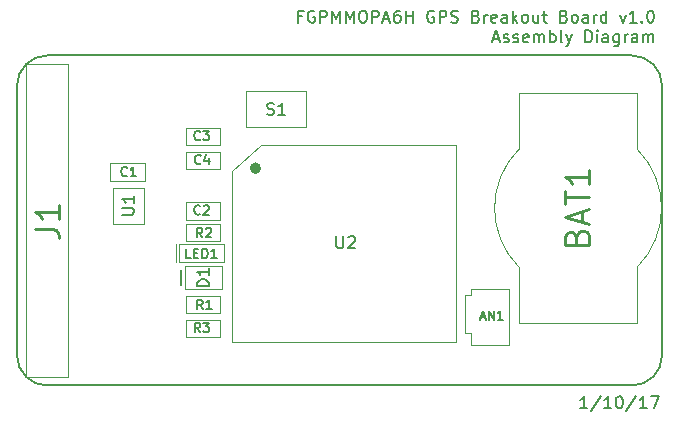
<source format=gbr>
%TF.GenerationSoftware,KiCad,Pcbnew,4.0.5-e0-6337~49~ubuntu16.04.1*%
%TF.CreationDate,2017-01-10T12:19:59-08:00*%
%TF.ProjectId,fgpmmopa6h-gps-breakout,6667706D6D6F706136682D6770732D62,v1.0*%
%TF.FileFunction,Other,Fab,Top*%
%FSLAX46Y46*%
G04 Gerber Fmt 4.6, Leading zero omitted, Abs format (unit mm)*
G04 Created by KiCad (PCBNEW 4.0.5-e0-6337~49~ubuntu16.04.1) date Tue Jan 10 12:19:59 2017*
%MOMM*%
%LPD*%
G01*
G04 APERTURE LIST*
%ADD10C,0.350000*%
%ADD11C,0.152400*%
%ADD12C,0.040640*%
%ADD13C,0.050000*%
%ADD14C,0.050800*%
%ADD15C,0.508000*%
%ADD16C,0.254000*%
%ADD17C,0.150000*%
%ADD18C,0.203200*%
G04 APERTURE END LIST*
D10*
D11*
X176551167Y-108600119D02*
X175970596Y-108600119D01*
X176260882Y-108600119D02*
X176260882Y-107584119D01*
X176164120Y-107729262D01*
X176067358Y-107826024D01*
X175970596Y-107874405D01*
X177712310Y-107535738D02*
X176841453Y-108842024D01*
X178583167Y-108600119D02*
X178002596Y-108600119D01*
X178292882Y-108600119D02*
X178292882Y-107584119D01*
X178196120Y-107729262D01*
X178099358Y-107826024D01*
X178002596Y-107874405D01*
X179212120Y-107584119D02*
X179308881Y-107584119D01*
X179405643Y-107632500D01*
X179454024Y-107680881D01*
X179502405Y-107777643D01*
X179550786Y-107971167D01*
X179550786Y-108213071D01*
X179502405Y-108406595D01*
X179454024Y-108503357D01*
X179405643Y-108551738D01*
X179308881Y-108600119D01*
X179212120Y-108600119D01*
X179115358Y-108551738D01*
X179066977Y-108503357D01*
X179018596Y-108406595D01*
X178970215Y-108213071D01*
X178970215Y-107971167D01*
X179018596Y-107777643D01*
X179066977Y-107680881D01*
X179115358Y-107632500D01*
X179212120Y-107584119D01*
X180711929Y-107535738D02*
X179841072Y-108842024D01*
X181582786Y-108600119D02*
X181002215Y-108600119D01*
X181292501Y-108600119D02*
X181292501Y-107584119D01*
X181195739Y-107729262D01*
X181098977Y-107826024D01*
X181002215Y-107874405D01*
X181921453Y-107584119D02*
X182598786Y-107584119D01*
X182163358Y-108600119D01*
X152375812Y-75416229D02*
X152037146Y-75416229D01*
X152037146Y-75948419D02*
X152037146Y-74932419D01*
X152520955Y-74932419D01*
X153440193Y-74980800D02*
X153343431Y-74932419D01*
X153198288Y-74932419D01*
X153053146Y-74980800D01*
X152956384Y-75077562D01*
X152908003Y-75174324D01*
X152859622Y-75367848D01*
X152859622Y-75512990D01*
X152908003Y-75706514D01*
X152956384Y-75803276D01*
X153053146Y-75900038D01*
X153198288Y-75948419D01*
X153295050Y-75948419D01*
X153440193Y-75900038D01*
X153488574Y-75851657D01*
X153488574Y-75512990D01*
X153295050Y-75512990D01*
X153924003Y-75948419D02*
X153924003Y-74932419D01*
X154311050Y-74932419D01*
X154407812Y-74980800D01*
X154456193Y-75029181D01*
X154504574Y-75125943D01*
X154504574Y-75271086D01*
X154456193Y-75367848D01*
X154407812Y-75416229D01*
X154311050Y-75464610D01*
X153924003Y-75464610D01*
X154940003Y-75948419D02*
X154940003Y-74932419D01*
X155278669Y-75658133D01*
X155617336Y-74932419D01*
X155617336Y-75948419D01*
X156101146Y-75948419D02*
X156101146Y-74932419D01*
X156439812Y-75658133D01*
X156778479Y-74932419D01*
X156778479Y-75948419D01*
X157455813Y-74932419D02*
X157649336Y-74932419D01*
X157746098Y-74980800D01*
X157842860Y-75077562D01*
X157891241Y-75271086D01*
X157891241Y-75609752D01*
X157842860Y-75803276D01*
X157746098Y-75900038D01*
X157649336Y-75948419D01*
X157455813Y-75948419D01*
X157359051Y-75900038D01*
X157262289Y-75803276D01*
X157213908Y-75609752D01*
X157213908Y-75271086D01*
X157262289Y-75077562D01*
X157359051Y-74980800D01*
X157455813Y-74932419D01*
X158326670Y-75948419D02*
X158326670Y-74932419D01*
X158713717Y-74932419D01*
X158810479Y-74980800D01*
X158858860Y-75029181D01*
X158907241Y-75125943D01*
X158907241Y-75271086D01*
X158858860Y-75367848D01*
X158810479Y-75416229D01*
X158713717Y-75464610D01*
X158326670Y-75464610D01*
X159294289Y-75658133D02*
X159778098Y-75658133D01*
X159197527Y-75948419D02*
X159536194Y-74932419D01*
X159874860Y-75948419D01*
X160648955Y-74932419D02*
X160455432Y-74932419D01*
X160358670Y-74980800D01*
X160310289Y-75029181D01*
X160213527Y-75174324D01*
X160165146Y-75367848D01*
X160165146Y-75754895D01*
X160213527Y-75851657D01*
X160261908Y-75900038D01*
X160358670Y-75948419D01*
X160552193Y-75948419D01*
X160648955Y-75900038D01*
X160697336Y-75851657D01*
X160745717Y-75754895D01*
X160745717Y-75512990D01*
X160697336Y-75416229D01*
X160648955Y-75367848D01*
X160552193Y-75319467D01*
X160358670Y-75319467D01*
X160261908Y-75367848D01*
X160213527Y-75416229D01*
X160165146Y-75512990D01*
X161181146Y-75948419D02*
X161181146Y-74932419D01*
X161181146Y-75416229D02*
X161761717Y-75416229D01*
X161761717Y-75948419D02*
X161761717Y-74932419D01*
X163551812Y-74980800D02*
X163455050Y-74932419D01*
X163309907Y-74932419D01*
X163164765Y-74980800D01*
X163068003Y-75077562D01*
X163019622Y-75174324D01*
X162971241Y-75367848D01*
X162971241Y-75512990D01*
X163019622Y-75706514D01*
X163068003Y-75803276D01*
X163164765Y-75900038D01*
X163309907Y-75948419D01*
X163406669Y-75948419D01*
X163551812Y-75900038D01*
X163600193Y-75851657D01*
X163600193Y-75512990D01*
X163406669Y-75512990D01*
X164035622Y-75948419D02*
X164035622Y-74932419D01*
X164422669Y-74932419D01*
X164519431Y-74980800D01*
X164567812Y-75029181D01*
X164616193Y-75125943D01*
X164616193Y-75271086D01*
X164567812Y-75367848D01*
X164519431Y-75416229D01*
X164422669Y-75464610D01*
X164035622Y-75464610D01*
X165003241Y-75900038D02*
X165148384Y-75948419D01*
X165390288Y-75948419D01*
X165487050Y-75900038D01*
X165535431Y-75851657D01*
X165583812Y-75754895D01*
X165583812Y-75658133D01*
X165535431Y-75561371D01*
X165487050Y-75512990D01*
X165390288Y-75464610D01*
X165196765Y-75416229D01*
X165100003Y-75367848D01*
X165051622Y-75319467D01*
X165003241Y-75222705D01*
X165003241Y-75125943D01*
X165051622Y-75029181D01*
X165100003Y-74980800D01*
X165196765Y-74932419D01*
X165438669Y-74932419D01*
X165583812Y-74980800D01*
X167132002Y-75416229D02*
X167277145Y-75464610D01*
X167325526Y-75512990D01*
X167373907Y-75609752D01*
X167373907Y-75754895D01*
X167325526Y-75851657D01*
X167277145Y-75900038D01*
X167180383Y-75948419D01*
X166793336Y-75948419D01*
X166793336Y-74932419D01*
X167132002Y-74932419D01*
X167228764Y-74980800D01*
X167277145Y-75029181D01*
X167325526Y-75125943D01*
X167325526Y-75222705D01*
X167277145Y-75319467D01*
X167228764Y-75367848D01*
X167132002Y-75416229D01*
X166793336Y-75416229D01*
X167809336Y-75948419D02*
X167809336Y-75271086D01*
X167809336Y-75464610D02*
X167857717Y-75367848D01*
X167906098Y-75319467D01*
X168002860Y-75271086D01*
X168099621Y-75271086D01*
X168825335Y-75900038D02*
X168728573Y-75948419D01*
X168535050Y-75948419D01*
X168438288Y-75900038D01*
X168389907Y-75803276D01*
X168389907Y-75416229D01*
X168438288Y-75319467D01*
X168535050Y-75271086D01*
X168728573Y-75271086D01*
X168825335Y-75319467D01*
X168873716Y-75416229D01*
X168873716Y-75512990D01*
X168389907Y-75609752D01*
X169744573Y-75948419D02*
X169744573Y-75416229D01*
X169696192Y-75319467D01*
X169599430Y-75271086D01*
X169405907Y-75271086D01*
X169309145Y-75319467D01*
X169744573Y-75900038D02*
X169647811Y-75948419D01*
X169405907Y-75948419D01*
X169309145Y-75900038D01*
X169260764Y-75803276D01*
X169260764Y-75706514D01*
X169309145Y-75609752D01*
X169405907Y-75561371D01*
X169647811Y-75561371D01*
X169744573Y-75512990D01*
X170228383Y-75948419D02*
X170228383Y-74932419D01*
X170325145Y-75561371D02*
X170615430Y-75948419D01*
X170615430Y-75271086D02*
X170228383Y-75658133D01*
X171196002Y-75948419D02*
X171099240Y-75900038D01*
X171050859Y-75851657D01*
X171002478Y-75754895D01*
X171002478Y-75464610D01*
X171050859Y-75367848D01*
X171099240Y-75319467D01*
X171196002Y-75271086D01*
X171341144Y-75271086D01*
X171437906Y-75319467D01*
X171486287Y-75367848D01*
X171534668Y-75464610D01*
X171534668Y-75754895D01*
X171486287Y-75851657D01*
X171437906Y-75900038D01*
X171341144Y-75948419D01*
X171196002Y-75948419D01*
X172405525Y-75271086D02*
X172405525Y-75948419D01*
X171970097Y-75271086D02*
X171970097Y-75803276D01*
X172018478Y-75900038D01*
X172115240Y-75948419D01*
X172260382Y-75948419D01*
X172357144Y-75900038D01*
X172405525Y-75851657D01*
X172744192Y-75271086D02*
X173131240Y-75271086D01*
X172889335Y-74932419D02*
X172889335Y-75803276D01*
X172937716Y-75900038D01*
X173034478Y-75948419D01*
X173131240Y-75948419D01*
X174582667Y-75416229D02*
X174727810Y-75464610D01*
X174776191Y-75512990D01*
X174824572Y-75609752D01*
X174824572Y-75754895D01*
X174776191Y-75851657D01*
X174727810Y-75900038D01*
X174631048Y-75948419D01*
X174244001Y-75948419D01*
X174244001Y-74932419D01*
X174582667Y-74932419D01*
X174679429Y-74980800D01*
X174727810Y-75029181D01*
X174776191Y-75125943D01*
X174776191Y-75222705D01*
X174727810Y-75319467D01*
X174679429Y-75367848D01*
X174582667Y-75416229D01*
X174244001Y-75416229D01*
X175405144Y-75948419D02*
X175308382Y-75900038D01*
X175260001Y-75851657D01*
X175211620Y-75754895D01*
X175211620Y-75464610D01*
X175260001Y-75367848D01*
X175308382Y-75319467D01*
X175405144Y-75271086D01*
X175550286Y-75271086D01*
X175647048Y-75319467D01*
X175695429Y-75367848D01*
X175743810Y-75464610D01*
X175743810Y-75754895D01*
X175695429Y-75851657D01*
X175647048Y-75900038D01*
X175550286Y-75948419D01*
X175405144Y-75948419D01*
X176614667Y-75948419D02*
X176614667Y-75416229D01*
X176566286Y-75319467D01*
X176469524Y-75271086D01*
X176276001Y-75271086D01*
X176179239Y-75319467D01*
X176614667Y-75900038D02*
X176517905Y-75948419D01*
X176276001Y-75948419D01*
X176179239Y-75900038D01*
X176130858Y-75803276D01*
X176130858Y-75706514D01*
X176179239Y-75609752D01*
X176276001Y-75561371D01*
X176517905Y-75561371D01*
X176614667Y-75512990D01*
X177098477Y-75948419D02*
X177098477Y-75271086D01*
X177098477Y-75464610D02*
X177146858Y-75367848D01*
X177195239Y-75319467D01*
X177292001Y-75271086D01*
X177388762Y-75271086D01*
X178162857Y-75948419D02*
X178162857Y-74932419D01*
X178162857Y-75900038D02*
X178066095Y-75948419D01*
X177872572Y-75948419D01*
X177775810Y-75900038D01*
X177727429Y-75851657D01*
X177679048Y-75754895D01*
X177679048Y-75464610D01*
X177727429Y-75367848D01*
X177775810Y-75319467D01*
X177872572Y-75271086D01*
X178066095Y-75271086D01*
X178162857Y-75319467D01*
X179324000Y-75271086D02*
X179565905Y-75948419D01*
X179807809Y-75271086D01*
X180727047Y-75948419D02*
X180146476Y-75948419D01*
X180436762Y-75948419D02*
X180436762Y-74932419D01*
X180340000Y-75077562D01*
X180243238Y-75174324D01*
X180146476Y-75222705D01*
X181162476Y-75851657D02*
X181210857Y-75900038D01*
X181162476Y-75948419D01*
X181114095Y-75900038D01*
X181162476Y-75851657D01*
X181162476Y-75948419D01*
X181839810Y-74932419D02*
X181936571Y-74932419D01*
X182033333Y-74980800D01*
X182081714Y-75029181D01*
X182130095Y-75125943D01*
X182178476Y-75319467D01*
X182178476Y-75561371D01*
X182130095Y-75754895D01*
X182081714Y-75851657D01*
X182033333Y-75900038D01*
X181936571Y-75948419D01*
X181839810Y-75948419D01*
X181743048Y-75900038D01*
X181694667Y-75851657D01*
X181646286Y-75754895D01*
X181597905Y-75561371D01*
X181597905Y-75319467D01*
X181646286Y-75125943D01*
X181694667Y-75029181D01*
X181743048Y-74980800D01*
X181839810Y-74932419D01*
X168583430Y-77334533D02*
X169067239Y-77334533D01*
X168486668Y-77624819D02*
X168825335Y-76608819D01*
X169164001Y-77624819D01*
X169454287Y-77576438D02*
X169551049Y-77624819D01*
X169744573Y-77624819D01*
X169841334Y-77576438D01*
X169889715Y-77479676D01*
X169889715Y-77431295D01*
X169841334Y-77334533D01*
X169744573Y-77286152D01*
X169599430Y-77286152D01*
X169502668Y-77237771D01*
X169454287Y-77141010D01*
X169454287Y-77092629D01*
X169502668Y-76995867D01*
X169599430Y-76947486D01*
X169744573Y-76947486D01*
X169841334Y-76995867D01*
X170276763Y-77576438D02*
X170373525Y-77624819D01*
X170567049Y-77624819D01*
X170663810Y-77576438D01*
X170712191Y-77479676D01*
X170712191Y-77431295D01*
X170663810Y-77334533D01*
X170567049Y-77286152D01*
X170421906Y-77286152D01*
X170325144Y-77237771D01*
X170276763Y-77141010D01*
X170276763Y-77092629D01*
X170325144Y-76995867D01*
X170421906Y-76947486D01*
X170567049Y-76947486D01*
X170663810Y-76995867D01*
X171534667Y-77576438D02*
X171437905Y-77624819D01*
X171244382Y-77624819D01*
X171147620Y-77576438D01*
X171099239Y-77479676D01*
X171099239Y-77092629D01*
X171147620Y-76995867D01*
X171244382Y-76947486D01*
X171437905Y-76947486D01*
X171534667Y-76995867D01*
X171583048Y-77092629D01*
X171583048Y-77189390D01*
X171099239Y-77286152D01*
X172018477Y-77624819D02*
X172018477Y-76947486D01*
X172018477Y-77044248D02*
X172066858Y-76995867D01*
X172163620Y-76947486D01*
X172308762Y-76947486D01*
X172405524Y-76995867D01*
X172453905Y-77092629D01*
X172453905Y-77624819D01*
X172453905Y-77092629D02*
X172502286Y-76995867D01*
X172599048Y-76947486D01*
X172744191Y-76947486D01*
X172840953Y-76995867D01*
X172889334Y-77092629D01*
X172889334Y-77624819D01*
X173373144Y-77624819D02*
X173373144Y-76608819D01*
X173373144Y-76995867D02*
X173469906Y-76947486D01*
X173663429Y-76947486D01*
X173760191Y-76995867D01*
X173808572Y-77044248D01*
X173856953Y-77141010D01*
X173856953Y-77431295D01*
X173808572Y-77528057D01*
X173760191Y-77576438D01*
X173663429Y-77624819D01*
X173469906Y-77624819D01*
X173373144Y-77576438D01*
X174437525Y-77624819D02*
X174340763Y-77576438D01*
X174292382Y-77479676D01*
X174292382Y-76608819D01*
X174727810Y-76947486D02*
X174969715Y-77624819D01*
X175211619Y-76947486D02*
X174969715Y-77624819D01*
X174872953Y-77866724D01*
X174824572Y-77915105D01*
X174727810Y-77963486D01*
X176372762Y-77624819D02*
X176372762Y-76608819D01*
X176614667Y-76608819D01*
X176759809Y-76657200D01*
X176856571Y-76753962D01*
X176904952Y-76850724D01*
X176953333Y-77044248D01*
X176953333Y-77189390D01*
X176904952Y-77382914D01*
X176856571Y-77479676D01*
X176759809Y-77576438D01*
X176614667Y-77624819D01*
X176372762Y-77624819D01*
X177388762Y-77624819D02*
X177388762Y-76947486D01*
X177388762Y-76608819D02*
X177340381Y-76657200D01*
X177388762Y-76705581D01*
X177437143Y-76657200D01*
X177388762Y-76608819D01*
X177388762Y-76705581D01*
X178308000Y-77624819D02*
X178308000Y-77092629D01*
X178259619Y-76995867D01*
X178162857Y-76947486D01*
X177969334Y-76947486D01*
X177872572Y-76995867D01*
X178308000Y-77576438D02*
X178211238Y-77624819D01*
X177969334Y-77624819D01*
X177872572Y-77576438D01*
X177824191Y-77479676D01*
X177824191Y-77382914D01*
X177872572Y-77286152D01*
X177969334Y-77237771D01*
X178211238Y-77237771D01*
X178308000Y-77189390D01*
X179227238Y-76947486D02*
X179227238Y-77769962D01*
X179178857Y-77866724D01*
X179130476Y-77915105D01*
X179033715Y-77963486D01*
X178888572Y-77963486D01*
X178791810Y-77915105D01*
X179227238Y-77576438D02*
X179130476Y-77624819D01*
X178936953Y-77624819D01*
X178840191Y-77576438D01*
X178791810Y-77528057D01*
X178743429Y-77431295D01*
X178743429Y-77141010D01*
X178791810Y-77044248D01*
X178840191Y-76995867D01*
X178936953Y-76947486D01*
X179130476Y-76947486D01*
X179227238Y-76995867D01*
X179711048Y-77624819D02*
X179711048Y-76947486D01*
X179711048Y-77141010D02*
X179759429Y-77044248D01*
X179807810Y-76995867D01*
X179904572Y-76947486D01*
X180001333Y-76947486D01*
X180775428Y-77624819D02*
X180775428Y-77092629D01*
X180727047Y-76995867D01*
X180630285Y-76947486D01*
X180436762Y-76947486D01*
X180340000Y-76995867D01*
X180775428Y-77576438D02*
X180678666Y-77624819D01*
X180436762Y-77624819D01*
X180340000Y-77576438D01*
X180291619Y-77479676D01*
X180291619Y-77382914D01*
X180340000Y-77286152D01*
X180436762Y-77237771D01*
X180678666Y-77237771D01*
X180775428Y-77189390D01*
X181259238Y-77624819D02*
X181259238Y-76947486D01*
X181259238Y-77044248D02*
X181307619Y-76995867D01*
X181404381Y-76947486D01*
X181549523Y-76947486D01*
X181646285Y-76995867D01*
X181694666Y-77092629D01*
X181694666Y-77624819D01*
X181694666Y-77092629D02*
X181743047Y-76995867D01*
X181839809Y-76947486D01*
X181984952Y-76947486D01*
X182081714Y-76995867D01*
X182130095Y-77092629D01*
X182130095Y-77624819D01*
X182880000Y-104140000D02*
X182880000Y-81280000D01*
X130810000Y-106680000D02*
X180340000Y-106680000D01*
X128270000Y-81280000D02*
X128270000Y-104140000D01*
X180340000Y-78740000D02*
X130810000Y-78740000D01*
X182880000Y-81280000D02*
G75*
G03X180340000Y-78740000I-2540000J0D01*
G01*
X180340000Y-106680000D02*
G75*
G03X182880000Y-104140000I0J2540000D01*
G01*
X128270000Y-104140000D02*
G75*
G03X130810000Y-106680000I2540000J0D01*
G01*
X130810000Y-78740000D02*
G75*
G03X128270000Y-81280000I0J-2540000D01*
G01*
D12*
X166691500Y-102274500D02*
X166691500Y-103274500D01*
X166191500Y-102274500D02*
X166691500Y-102274500D01*
X166691500Y-99024500D02*
X166191500Y-99024500D01*
X166691500Y-98524500D02*
X166691500Y-99024500D01*
X169941500Y-103274500D02*
X169941500Y-98524500D01*
X166691500Y-103274500D02*
X169941500Y-103274500D01*
X166191500Y-99024500D02*
X166191500Y-102274500D01*
X166691500Y-98524500D02*
X166941500Y-98524500D01*
X169941500Y-98524500D02*
X166941500Y-98524500D01*
X170768000Y-86664000D02*
G75*
G03X170768000Y-96664000I5000000J-5000000D01*
G01*
X170768000Y-101414000D02*
X170768000Y-96664000D01*
X180768000Y-101414000D02*
X170768000Y-101414000D01*
X180768000Y-101414000D02*
X180768000Y-96664000D01*
X170768000Y-81914000D02*
X170768000Y-86664000D01*
X170768000Y-81914000D02*
X180768000Y-81914000D01*
X180768000Y-81914000D02*
X180768000Y-86664000D01*
X180768000Y-96664000D02*
G75*
G03X180768000Y-86664000I-5000000J5000000D01*
G01*
D13*
X136166500Y-87832500D02*
X139066500Y-87832500D01*
X136166500Y-87832500D02*
X136166500Y-89332500D01*
X139066500Y-87832500D02*
X139066500Y-89332500D01*
X136166500Y-89332500D02*
X139066500Y-89332500D01*
X145456000Y-92634500D02*
X142556000Y-92634500D01*
X145456000Y-92634500D02*
X145456000Y-91134500D01*
X142556000Y-92634500D02*
X142556000Y-91134500D01*
X145456000Y-91134500D02*
X142556000Y-91134500D01*
X145456000Y-86348000D02*
X142556000Y-86348000D01*
X145456000Y-86348000D02*
X145456000Y-84848000D01*
X142556000Y-86348000D02*
X142556000Y-84848000D01*
X145456000Y-84848000D02*
X142556000Y-84848000D01*
X145480000Y-88380000D02*
X142580000Y-88380000D01*
X145480000Y-88380000D02*
X145480000Y-86880000D01*
X142580000Y-88380000D02*
X142580000Y-86880000D01*
X145480000Y-86880000D02*
X142580000Y-86880000D01*
D14*
X142457000Y-96536000D02*
X142557000Y-96536000D01*
X142457000Y-98536000D02*
X142457000Y-96536000D01*
X145657000Y-98536000D02*
X142457000Y-98536000D01*
X145657000Y-96536000D02*
X145657000Y-98536000D01*
X142557000Y-96536000D02*
X145657000Y-96536000D01*
D11*
X142157000Y-96936000D02*
X142157000Y-98136000D01*
D13*
X141744000Y-94742000D02*
X141744000Y-96266000D01*
X141998000Y-94742000D02*
X145808000Y-94742000D01*
X141998000Y-94754000D02*
X141998000Y-96254000D01*
X145808000Y-94754000D02*
X145808000Y-96254000D01*
X141998000Y-96266000D02*
X145808000Y-96266000D01*
X142580000Y-99072000D02*
X145480000Y-99072000D01*
X142580000Y-99072000D02*
X142580000Y-100572000D01*
X145480000Y-99072000D02*
X145480000Y-100572000D01*
X142580000Y-100572000D02*
X145480000Y-100572000D01*
X142556000Y-92976000D02*
X145456000Y-92976000D01*
X142556000Y-92976000D02*
X142556000Y-94476000D01*
X145456000Y-92976000D02*
X145456000Y-94476000D01*
X142556000Y-94476000D02*
X145456000Y-94476000D01*
X145456000Y-102604000D02*
X142556000Y-102604000D01*
X145456000Y-102604000D02*
X145456000Y-101104000D01*
X142556000Y-102604000D02*
X142556000Y-101104000D01*
X145456000Y-101104000D02*
X142556000Y-101104000D01*
X152752000Y-84836000D02*
X147672000Y-84836000D01*
X152752000Y-81788000D02*
X152752000Y-84836000D01*
X147672000Y-81788000D02*
X152752000Y-81788000D01*
X147672000Y-84836000D02*
X147672000Y-81788000D01*
D12*
X136383000Y-92966500D02*
X139050000Y-92966500D01*
X136383000Y-89918500D02*
X136383000Y-92966500D01*
X139050000Y-89918500D02*
X136383000Y-89918500D01*
X139050000Y-92966500D02*
X139050000Y-89918500D01*
X146456000Y-88531180D02*
X148956000Y-86281180D01*
X165456000Y-86281180D02*
X148956000Y-86281180D01*
X165456000Y-103031180D02*
X165456000Y-86281180D01*
X146456000Y-103031180D02*
X165456000Y-103031180D01*
X146456000Y-88531180D02*
X146456000Y-103031180D01*
D15*
X148684953Y-88281180D02*
G75*
G03X148684953Y-88281180I-228953J0D01*
G01*
D14*
X129010000Y-105980000D02*
X129010000Y-79480000D01*
X132610000Y-105980000D02*
X129010000Y-105980000D01*
X132610000Y-79480000D02*
X132610000Y-105980000D01*
X129010000Y-79480000D02*
X132610000Y-79480000D01*
D11*
X167498072Y-100901500D02*
X167860929Y-100901500D01*
X167425500Y-101119214D02*
X167679500Y-100357214D01*
X167933500Y-101119214D01*
X168187501Y-101119214D02*
X168187501Y-100357214D01*
X168622929Y-101119214D01*
X168622929Y-100357214D01*
X169384929Y-101119214D02*
X168949501Y-101119214D01*
X169167215Y-101119214D02*
X169167215Y-100357214D01*
X169094644Y-100466071D01*
X169022072Y-100538643D01*
X168949501Y-100574929D01*
D16*
X175625143Y-94092572D02*
X175720381Y-93806858D01*
X175815619Y-93711619D01*
X176006095Y-93616381D01*
X176291810Y-93616381D01*
X176482286Y-93711619D01*
X176577524Y-93806858D01*
X176672762Y-93997334D01*
X176672762Y-94759239D01*
X174672762Y-94759239D01*
X174672762Y-94092572D01*
X174768000Y-93902096D01*
X174863238Y-93806858D01*
X175053714Y-93711619D01*
X175244190Y-93711619D01*
X175434667Y-93806858D01*
X175529905Y-93902096D01*
X175625143Y-94092572D01*
X175625143Y-94759239D01*
X176101333Y-92854477D02*
X176101333Y-91902096D01*
X176672762Y-93044953D02*
X174672762Y-92378286D01*
X176672762Y-91711619D01*
X174672762Y-91330667D02*
X174672762Y-90187810D01*
X176672762Y-90759238D02*
X174672762Y-90759238D01*
X176672762Y-88473523D02*
X176672762Y-89616381D01*
X176672762Y-89044952D02*
X174672762Y-89044952D01*
X174958476Y-89235428D01*
X175148952Y-89425904D01*
X175244190Y-89616381D01*
D17*
X137573167Y-88908214D02*
X137535072Y-88946310D01*
X137420786Y-88984405D01*
X137344596Y-88984405D01*
X137230310Y-88946310D01*
X137154119Y-88870119D01*
X137116024Y-88793929D01*
X137077929Y-88641548D01*
X137077929Y-88527262D01*
X137116024Y-88374881D01*
X137154119Y-88298690D01*
X137230310Y-88222500D01*
X137344596Y-88184405D01*
X137420786Y-88184405D01*
X137535072Y-88222500D01*
X137573167Y-88260595D01*
X138335072Y-88984405D02*
X137877929Y-88984405D01*
X138106500Y-88984405D02*
X138106500Y-88184405D01*
X138030310Y-88298690D01*
X137954119Y-88374881D01*
X137877929Y-88412976D01*
X143782667Y-92130214D02*
X143744572Y-92168310D01*
X143630286Y-92206405D01*
X143554096Y-92206405D01*
X143439810Y-92168310D01*
X143363619Y-92092119D01*
X143325524Y-92015929D01*
X143287429Y-91863548D01*
X143287429Y-91749262D01*
X143325524Y-91596881D01*
X143363619Y-91520690D01*
X143439810Y-91444500D01*
X143554096Y-91406405D01*
X143630286Y-91406405D01*
X143744572Y-91444500D01*
X143782667Y-91482595D01*
X144087429Y-91482595D02*
X144125524Y-91444500D01*
X144201715Y-91406405D01*
X144392191Y-91406405D01*
X144468381Y-91444500D01*
X144506477Y-91482595D01*
X144544572Y-91558786D01*
X144544572Y-91634976D01*
X144506477Y-91749262D01*
X144049334Y-92206405D01*
X144544572Y-92206405D01*
X143782667Y-85843714D02*
X143744572Y-85881810D01*
X143630286Y-85919905D01*
X143554096Y-85919905D01*
X143439810Y-85881810D01*
X143363619Y-85805619D01*
X143325524Y-85729429D01*
X143287429Y-85577048D01*
X143287429Y-85462762D01*
X143325524Y-85310381D01*
X143363619Y-85234190D01*
X143439810Y-85158000D01*
X143554096Y-85119905D01*
X143630286Y-85119905D01*
X143744572Y-85158000D01*
X143782667Y-85196095D01*
X144049334Y-85119905D02*
X144544572Y-85119905D01*
X144277905Y-85424667D01*
X144392191Y-85424667D01*
X144468381Y-85462762D01*
X144506477Y-85500857D01*
X144544572Y-85577048D01*
X144544572Y-85767524D01*
X144506477Y-85843714D01*
X144468381Y-85881810D01*
X144392191Y-85919905D01*
X144163619Y-85919905D01*
X144087429Y-85881810D01*
X144049334Y-85843714D01*
X143806667Y-87875714D02*
X143768572Y-87913810D01*
X143654286Y-87951905D01*
X143578096Y-87951905D01*
X143463810Y-87913810D01*
X143387619Y-87837619D01*
X143349524Y-87761429D01*
X143311429Y-87609048D01*
X143311429Y-87494762D01*
X143349524Y-87342381D01*
X143387619Y-87266190D01*
X143463810Y-87190000D01*
X143578096Y-87151905D01*
X143654286Y-87151905D01*
X143768572Y-87190000D01*
X143806667Y-87228095D01*
X144492381Y-87418571D02*
X144492381Y-87951905D01*
X144301905Y-87113810D02*
X144111429Y-87685238D01*
X144606667Y-87685238D01*
X144509381Y-98274095D02*
X143509381Y-98274095D01*
X143509381Y-98036000D01*
X143557000Y-97893142D01*
X143652238Y-97797904D01*
X143747476Y-97750285D01*
X143937952Y-97702666D01*
X144080810Y-97702666D01*
X144271286Y-97750285D01*
X144366524Y-97797904D01*
X144461762Y-97893142D01*
X144509381Y-98036000D01*
X144509381Y-98274095D01*
X144509381Y-96750285D02*
X144509381Y-97321714D01*
X144509381Y-97036000D02*
X143509381Y-97036000D01*
X143652238Y-97131238D01*
X143747476Y-97226476D01*
X143795095Y-97321714D01*
X142970762Y-95905905D02*
X142589809Y-95905905D01*
X142589809Y-95105905D01*
X143237428Y-95486857D02*
X143504095Y-95486857D01*
X143618381Y-95905905D02*
X143237428Y-95905905D01*
X143237428Y-95105905D01*
X143618381Y-95105905D01*
X143961238Y-95905905D02*
X143961238Y-95105905D01*
X144151714Y-95105905D01*
X144266000Y-95144000D01*
X144342191Y-95220190D01*
X144380286Y-95296381D01*
X144418381Y-95448762D01*
X144418381Y-95563048D01*
X144380286Y-95715429D01*
X144342191Y-95791619D01*
X144266000Y-95867810D01*
X144151714Y-95905905D01*
X143961238Y-95905905D01*
X145180286Y-95905905D02*
X144723143Y-95905905D01*
X144951714Y-95905905D02*
X144951714Y-95105905D01*
X144875524Y-95220190D01*
X144799333Y-95296381D01*
X144723143Y-95334476D01*
X143986667Y-100223905D02*
X143720000Y-99842952D01*
X143529524Y-100223905D02*
X143529524Y-99423905D01*
X143834286Y-99423905D01*
X143910477Y-99462000D01*
X143948572Y-99500095D01*
X143986667Y-99576286D01*
X143986667Y-99690571D01*
X143948572Y-99766762D01*
X143910477Y-99804857D01*
X143834286Y-99842952D01*
X143529524Y-99842952D01*
X144748572Y-100223905D02*
X144291429Y-100223905D01*
X144520000Y-100223905D02*
X144520000Y-99423905D01*
X144443810Y-99538190D01*
X144367619Y-99614381D01*
X144291429Y-99652476D01*
X143962667Y-94127905D02*
X143696000Y-93746952D01*
X143505524Y-94127905D02*
X143505524Y-93327905D01*
X143810286Y-93327905D01*
X143886477Y-93366000D01*
X143924572Y-93404095D01*
X143962667Y-93480286D01*
X143962667Y-93594571D01*
X143924572Y-93670762D01*
X143886477Y-93708857D01*
X143810286Y-93746952D01*
X143505524Y-93746952D01*
X144267429Y-93404095D02*
X144305524Y-93366000D01*
X144381715Y-93327905D01*
X144572191Y-93327905D01*
X144648381Y-93366000D01*
X144686477Y-93404095D01*
X144724572Y-93480286D01*
X144724572Y-93556476D01*
X144686477Y-93670762D01*
X144229334Y-94127905D01*
X144724572Y-94127905D01*
X143782667Y-102175905D02*
X143516000Y-101794952D01*
X143325524Y-102175905D02*
X143325524Y-101375905D01*
X143630286Y-101375905D01*
X143706477Y-101414000D01*
X143744572Y-101452095D01*
X143782667Y-101528286D01*
X143782667Y-101642571D01*
X143744572Y-101718762D01*
X143706477Y-101756857D01*
X143630286Y-101794952D01*
X143325524Y-101794952D01*
X144049334Y-101375905D02*
X144544572Y-101375905D01*
X144277905Y-101680667D01*
X144392191Y-101680667D01*
X144468381Y-101718762D01*
X144506477Y-101756857D01*
X144544572Y-101833048D01*
X144544572Y-102023524D01*
X144506477Y-102099714D01*
X144468381Y-102137810D01*
X144392191Y-102175905D01*
X144163619Y-102175905D01*
X144087429Y-102137810D01*
X144049334Y-102099714D01*
X149450095Y-83716762D02*
X149592952Y-83764381D01*
X149831048Y-83764381D01*
X149926286Y-83716762D01*
X149973905Y-83669143D01*
X150021524Y-83573905D01*
X150021524Y-83478667D01*
X149973905Y-83383429D01*
X149926286Y-83335810D01*
X149831048Y-83288190D01*
X149640571Y-83240571D01*
X149545333Y-83192952D01*
X149497714Y-83145333D01*
X149450095Y-83050095D01*
X149450095Y-82954857D01*
X149497714Y-82859619D01*
X149545333Y-82812000D01*
X149640571Y-82764381D01*
X149878667Y-82764381D01*
X150021524Y-82812000D01*
X150973905Y-83764381D02*
X150402476Y-83764381D01*
X150688190Y-83764381D02*
X150688190Y-82764381D01*
X150592952Y-82907238D01*
X150497714Y-83002476D01*
X150402476Y-83050095D01*
X137168881Y-92204405D02*
X137978405Y-92204405D01*
X138073643Y-92156786D01*
X138121262Y-92109167D01*
X138168881Y-92013929D01*
X138168881Y-91823452D01*
X138121262Y-91728214D01*
X138073643Y-91680595D01*
X137978405Y-91632976D01*
X137168881Y-91632976D01*
X138168881Y-90632976D02*
X138168881Y-91204405D01*
X138168881Y-90918691D02*
X137168881Y-90918691D01*
X137311738Y-91013929D01*
X137406976Y-91109167D01*
X137454595Y-91204405D01*
D18*
X155308905Y-94038299D02*
X155308905Y-94860775D01*
X155357286Y-94957537D01*
X155405667Y-95005918D01*
X155502429Y-95054299D01*
X155695952Y-95054299D01*
X155792714Y-95005918D01*
X155841095Y-94957537D01*
X155889476Y-94860775D01*
X155889476Y-94038299D01*
X156324905Y-94135061D02*
X156373286Y-94086680D01*
X156470048Y-94038299D01*
X156711952Y-94038299D01*
X156808714Y-94086680D01*
X156857095Y-94135061D01*
X156905476Y-94231823D01*
X156905476Y-94328585D01*
X156857095Y-94473728D01*
X156276524Y-95054299D01*
X156905476Y-95054299D01*
D16*
X129797238Y-93457333D02*
X131248667Y-93457333D01*
X131538952Y-93554095D01*
X131732476Y-93747619D01*
X131829238Y-94037904D01*
X131829238Y-94231428D01*
X131829238Y-91425334D02*
X131829238Y-92586476D01*
X131829238Y-92005905D02*
X129797238Y-92005905D01*
X130087524Y-92199429D01*
X130281048Y-92392953D01*
X130377810Y-92586476D01*
M02*

</source>
